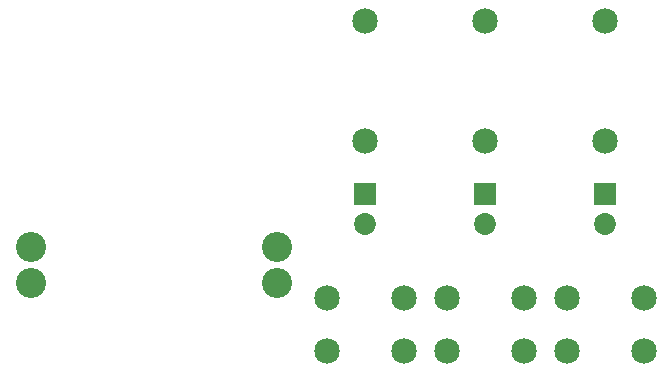
<source format=gbs>
G04 MADE WITH FRITZING*
G04 WWW.FRITZING.ORG*
G04 DOUBLE SIDED*
G04 HOLES PLATED*
G04 CONTOUR ON CENTER OF CONTOUR VECTOR*
%ASAXBY*%
%FSLAX23Y23*%
%MOIN*%
%OFA0B0*%
%SFA1.0B1.0*%
%ADD10C,0.085000*%
%ADD11C,0.072992*%
%ADD12C,0.100551*%
%ADD13R,0.072992X0.072992*%
%LNMASK0*%
G90*
G70*
G54D10*
X2013Y825D03*
X2013Y1225D03*
X1613Y825D03*
X1613Y1225D03*
X1213Y825D03*
X1213Y1225D03*
X2141Y125D03*
X1885Y125D03*
X2141Y302D03*
X1885Y302D03*
X1741Y125D03*
X1485Y125D03*
X1741Y302D03*
X1485Y302D03*
X1341Y125D03*
X1085Y125D03*
X1341Y302D03*
X1085Y302D03*
G54D11*
X1213Y649D03*
X1213Y551D03*
X2013Y649D03*
X2013Y551D03*
X1613Y649D03*
X1613Y551D03*
G54D12*
X919Y354D03*
X918Y473D03*
X100Y354D03*
X99Y473D03*
G54D13*
X1213Y649D03*
X2013Y649D03*
X1613Y649D03*
G04 End of Mask0*
M02*
</source>
